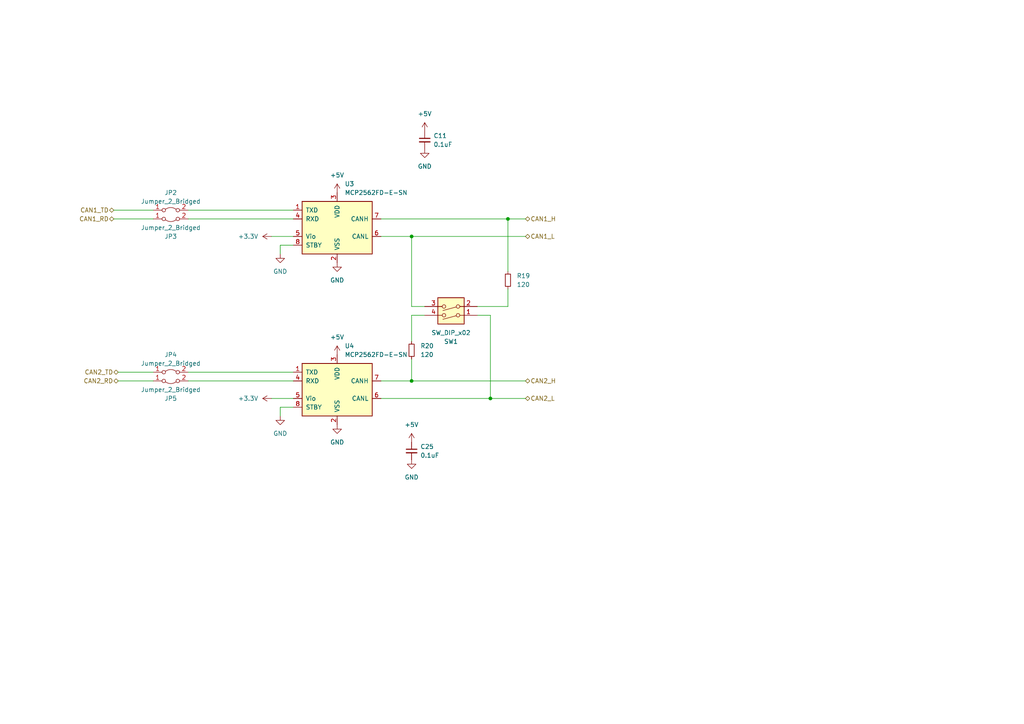
<source format=kicad_sch>
(kicad_sch (version 20231120) (generator "eeschema") (generator_version "8.0")
  (paper "A4")
  (lib_symbols
    (symbol "Device:C_Small" (pin_numbers hide) (pin_names (offset 0.254) hide)
      (property "Reference" "C" (at 0.254 1.778 0))
      (property "Value" "C_Small" (at 0.254 -2.032 0))
      (symbol "C_Small_0_1"
        (polyline (pts (xy -1.524 -0.508) (xy 1.524 -0.508)) (stroke (width 0.3302)))
        (polyline (pts (xy -1.524 0.508) (xy 1.524 0.508)) (stroke (width 0.3048)))
      )
      (symbol "C_Small_1_1"
        (pin passive line (at 0 2.54 270) (length 2.032) (name "~") (number "1"))
        (pin passive line (at 0 -2.54 90) (length 2.032) (name "~") (number "2"))
      )
    )
    (symbol "Device:R_Small" (pin_numbers hide) (pin_names (offset 0.254) hide)
      (property "Reference" "R" (at 0.762 0.508 0))
      (property "Value" "R_Small" (at 0.762 -1.016 0))
      (symbol "R_Small_0_1"
        (rectangle (start -0.762 1.778) (end 0.762 -1.778) (stroke (width 0.2032)))
      )
      (symbol "R_Small_1_1"
        (pin passive line (at 0 2.54 270) (length 0.762) (name "~") (number "1"))
        (pin passive line (at 0 -2.54 90) (length 0.762) (name "~") (number "2"))
      )
    )
    (symbol "Interface_CAN_LIN:MCP2562-E-SN" (pin_names (offset 1.016))
      (property "Reference" "U" (at -10.16 8.89 0))
      (property "Value" "MCP2562-E-SN" (at 2.54 8.89 0))
      (symbol "MCP2562-E-SN_0_1"
        (rectangle (start -10.16 7.62) (end 10.16 -7.62) (stroke (width 0.254)) (fill (type background)))
      )
      (symbol "MCP2562-E-SN_1_1"
        (pin input line (at -12.7 5.08 0) (length 2.54) (name "TXD") (number "1"))
        (pin power_in line (at 0 -10.16 90) (length 2.54) (name "VSS") (number "2"))
        (pin power_in line (at 0 10.16 270) (length 2.54) (name "VDD") (number "3"))
        (pin output line (at -12.7 2.54 0) (length 2.54) (name "RXD") (number "4"))
        (pin power_in line (at -12.7 -2.54 0) (length 2.54) (name "Vio") (number "5"))
        (pin bidirectional line (at 12.7 -2.54 180) (length 2.54) (name "CANL") (number "6"))
        (pin bidirectional line (at 12.7 2.54 180) (length 2.54) (name "CANH") (number "7"))
        (pin input line (at -12.7 -5.08 0) (length 2.54) (name "STBY") (number "8"))
      )
    )
    (symbol "Jumper:Jumper_2_Bridged" (pin_names (offset 0) hide)
      (property "Reference" "JP" (at 0 1.905 0))
      (property "Value" "Jumper_2_Bridged" (at 0 -2.54 0))
      (symbol "Jumper_2_Bridged_0_0"
        (circle (center -2.032 0) (radius 0.508))
        (circle (center 2.032 0) (radius 0.508))
      )
      (symbol "Jumper_2_Bridged_0_1"
        (arc (start 1.524 0.254) (mid 0 0.762) (end -1.524 0.254))
      )
      (symbol "Jumper_2_Bridged_1_1"
        (pin passive line (at -5.08 0 0) (length 2.54) (name "A") (number "1"))
        (pin passive line (at 5.08 0 180) (length 2.54) (name "B") (number "2"))
      )
    )
    (symbol "Switch:SW_DIP_x02" (pin_names (offset 0) hide)
      (property "Reference" "SW" (at 0 6.35 0))
      (property "Value" "SW_DIP_x02" (at 0 -3.81 0))
      (symbol "SW_DIP_x02_0_0"
        (circle (center -2.032 0) (radius 0.508))
        (circle (center -2.032 2.54) (radius 0.508))
        (polyline (pts (xy -1.524 0.127) (xy 2.3622 1.1684)))
        (polyline (pts (xy -1.524 2.667) (xy 2.3622 3.7084)))
        (circle (center 2.032 0) (radius 0.508))
        (circle (center 2.032 2.54) (radius 0.508))
      )
      (symbol "SW_DIP_x02_0_1"
        (rectangle (start -3.81 5.08) (end 3.81 -2.54) (stroke (width 0.254)) (fill (type background)))
      )
      (symbol "SW_DIP_x02_1_1"
        (pin passive line (at -7.62 2.54 0) (length 5.08) (name "~") (number "1"))
        (pin passive line (at -7.62 0 0) (length 5.08) (name "~") (number "2"))
        (pin passive line (at 7.62 0 180) (length 5.08) (name "~") (number "3"))
        (pin passive line (at 7.62 2.54 180) (length 5.08) (name "~") (number "4"))
      )
    )
    (symbol "power:+3.3V" (power) (pin_names (offset 0))
      (property "Value" "+3.3V" (at 0 3.556 0))
      (symbol "+3.3V_0_1"
        (polyline (pts (xy -0.762 1.27) (xy 0 2.54)))
        (polyline (pts (xy 0 0) (xy 0 2.54)))
        (polyline (pts (xy 0 2.54) (xy 0.762 1.27)))
      )
      (symbol "+3.3V_1_1"
        (pin power_in line (at 0 0 90) (length 0) hide (name "+3.3V") (number "1"))
      )
    )
    (symbol "power:+5V" (power) (pin_names (offset 0))
      (property "Value" "+5V" (at 0 3.556 0))
      (symbol "+5V_0_1"
        (polyline (pts (xy -0.762 1.27) (xy 0 2.54)))
        (polyline (pts (xy 0 0) (xy 0 2.54)))
        (polyline (pts (xy 0 2.54) (xy 0.762 1.27)))
      )
      (symbol "+5V_1_1"
        (pin power_in line (at 0 0 90) (length 0) hide (name "+5V") (number "1"))
      )
    )
    (symbol "power:GND" (power) (pin_names (offset 0))
      (property "Value" "GND" (at 0 -3.81 0))
      (symbol "GND_0_1"
        (polyline (pts (xy 0 0) (xy 0 -1.27) (xy 1.27 -1.27) (xy 0 -2.54) (xy -1.27 -1.27) (xy 0 -1.27)))
      )
      (symbol "GND_1_1"
        (pin power_in line (at 0 0 270) (length 0) hide (name "GND") (number "1"))
      )
    )
  )
  (junction (at 119.38 68.58))
  (junction (at 142.24 115.57))
  (junction (at 119.38 110.49))
  (junction (at 147.32 63.5))
  (wire (pts (xy 147.32 83.82) (xy 147.32 88.9)))
  (wire (pts (xy 110.49 115.57) (xy 142.24 115.57)))
  (wire (pts (xy 138.43 91.44) (xy 142.24 91.44)))
  (wire (pts (xy 54.61 63.5) (xy 85.09 63.5)))
  (wire (pts (xy 119.38 110.49) (xy 152.4 110.49)))
  (wire (pts (xy 110.49 110.49) (xy 119.38 110.49)))
  (wire (pts (xy 119.38 104.14) (xy 119.38 110.49)))
  (wire (pts (xy 33.02 60.96) (xy 44.45 60.96)))
  (wire (pts (xy 81.28 71.12) (xy 81.28 73.66)))
  (wire (pts (xy 110.49 68.58) (xy 119.38 68.58)))
  (wire (pts (xy 54.61 110.49) (xy 85.09 110.49)))
  (wire (pts (xy 119.38 88.9) (xy 123.19 88.9)))
  (wire (pts (xy 78.74 68.58) (xy 85.09 68.58)))
  (wire (pts (xy 78.74 115.57) (xy 85.09 115.57)))
  (wire (pts (xy 119.38 91.44) (xy 119.38 99.06)))
  (wire (pts (xy 34.29 110.49) (xy 44.45 110.49)))
  (wire (pts (xy 142.24 115.57) (xy 152.4 115.57)))
  (wire (pts (xy 119.38 68.58) (xy 152.4 68.58)))
  (wire (pts (xy 147.32 63.5) (xy 147.32 78.74)))
  (wire (pts (xy 152.4 63.5) (xy 147.32 63.5)))
  (wire (pts (xy 119.38 88.9) (xy 119.38 68.58)))
  (wire (pts (xy 34.29 107.95) (xy 44.45 107.95)))
  (wire (pts (xy 85.09 71.12) (xy 81.28 71.12)))
  (wire (pts (xy 142.24 91.44) (xy 142.24 115.57)))
  (wire (pts (xy 110.49 63.5) (xy 147.32 63.5)))
  (wire (pts (xy 81.28 118.11) (xy 81.28 120.65)))
  (wire (pts (xy 54.61 60.96) (xy 85.09 60.96)))
  (wire (pts (xy 85.09 118.11) (xy 81.28 118.11)))
  (wire (pts (xy 44.45 63.5) (xy 33.02 63.5)))
  (wire (pts (xy 147.32 88.9) (xy 138.43 88.9)))
  (wire (pts (xy 54.61 107.95) (xy 85.09 107.95)))
  (wire (pts (xy 123.19 91.44) (xy 119.38 91.44)))
  (hierarchical_label "CAN1_L" (shape bidirectional) (at 152.4 68.58 0))
  (hierarchical_label "CAN2_RD" (shape bidirectional) (at 34.29 110.49 180))
  (hierarchical_label "CAN2_H" (shape bidirectional) (at 152.4 110.49 0))
  (hierarchical_label "CAN2_L" (shape bidirectional) (at 152.4 115.57 0))
  (hierarchical_label "CAN1_H" (shape bidirectional) (at 152.4 63.5 0))
  (hierarchical_label "CAN1_TD" (shape bidirectional) (at 33.02 60.96 180))
  (hierarchical_label "CAN1_RD" (shape bidirectional) (at 33.02 63.5 180))
  (hierarchical_label "CAN2_TD" (shape bidirectional) (at 34.29 107.95 180))
  (symbol (lib_id "Interface_CAN_LIN:MCP2562-E-SN") (at 97.79 113.03 0) (unit 1)
    (property "Reference" "U4" (at 99.9841 100.33 0) (effects (justify left)))
    (property "Value" "MCP2562FD-E-SN" (at 99.9841 102.87 0) (effects (justify left)))
    (property "Footprint" "Package_SO:SOIC-8_3.9x4.9mm_P1.27mm" (effects (hide yes)))
    (property "Datasheet" "http://ww1.microchip.com/downloads/en/DeviceDoc/25167A.pdf" (effects (hide yes)))
    (property "Description" "High-Speed CAN Transceiver, 1Mbps, 5V supply, Vio pin, -40C to +125C, SOIC-8" (effects (hide yes)))
  )
  (symbol (lib_id "power:+5V") (at 97.79 55.88 0) (unit 1)
    (property "Reference" "#PWR030" (effects (hide yes)))
    (property "Value" "+5V" (at 97.79 50.8 0))
    (property "Description" "Power symbol creates a global label with name \"+5V\"" (effects (hide yes)))
  )
  (symbol (lib_id "power:+5V") (at 97.79 102.87 0) (unit 1)
    (property "Reference" "#PWR036" (effects (hide yes)))
    (property "Value" "+5V" (at 97.79 97.79 0))
    (property "Description" "Power symbol creates a global label with name \"+5V\"" (effects (hide yes)))
  )
  (symbol (lib_id "power:+3.3V") (at 78.74 68.58 90) (unit 1)
    (property "Reference" "#PWR033" (effects (hide yes)))
    (property "Value" "+3.3V" (at 74.93 68.5799 90) (effects (justify left)))
    (property "Description" "Power symbol creates a global label with name \"+3.3V\"" (effects (hide yes)))
  )
  (symbol (lib_id "power:GND") (at 97.79 76.2 0) (unit 1)
    (property "Reference" "#PWR031" (effects (hide yes)))
    (property "Value" "GND" (at 97.79 81.28 0))
    (property "Description" "Power symbol creates a global label with name \"GND\" , ground" (effects (hide yes)))
  )
  (symbol (lib_id "power:GND") (at 119.38 133.35 0) (unit 1)
    (property "Reference" "#PWR057" (effects (hide yes)))
    (property "Value" "GND" (at 119.38 138.43 0))
    (property "Description" "Power symbol creates a global label with name \"GND\" , ground" (effects (hide yes)))
  )
  (symbol (lib_id "power:GND") (at 81.28 73.66 0) (unit 1)
    (property "Reference" "#PWR032" (effects (hide yes)))
    (property "Value" "GND" (at 81.28 78.74 0))
    (property "Description" "Power symbol creates a global label with name \"GND\" , ground" (effects (hide yes)))
  )
  (symbol (lib_id "power:+3.3V") (at 78.74 115.57 90) (unit 1)
    (property "Reference" "#PWR034" (effects (hide yes)))
    (property "Value" "+3.3V" (at 74.93 115.5699 90) (effects (justify left)))
    (property "Description" "Power symbol creates a global label with name \"+3.3V\"" (effects (hide yes)))
  )
  (symbol (lib_id "power:+5V") (at 123.19 38.1 0) (unit 1)
    (property "Reference" "#PWR055" (effects (hide yes)))
    (property "Value" "+5V" (at 123.19 33.02 0))
    (property "Description" "Power symbol creates a global label with name \"+5V\"" (effects (hide yes)))
  )
  (symbol (lib_id "Interface_CAN_LIN:MCP2562-E-SN") (at 97.79 66.04 0) (unit 1)
    (property "Reference" "U3" (at 99.9841 53.34 0) (effects (justify left)))
    (property "Value" "MCP2562FD-E-SN" (at 99.9841 55.88 0) (effects (justify left)))
    (property "Footprint" "Package_SO:SOIC-8_3.9x4.9mm_P1.27mm" (effects (hide yes)))
    (property "Datasheet" "http://ww1.microchip.com/downloads/en/DeviceDoc/25167A.pdf" (effects (hide yes)))
    (property "Description" "High-Speed CAN Transceiver, 1Mbps, 5V supply, Vio pin, -40C to +125C, SOIC-8" (effects (hide yes)))
  )
  (symbol (lib_id "Jumper:Jumper_2_Bridged") (at 49.53 107.95 0) (unit 1)
    (property "Reference" "JP4" (at 49.53 102.87 0))
    (property "Value" "Jumper_2_Bridged" (at 49.53 105.41 0))
    (property "Footprint" "Resistor_SMD:R_0603_1608Metric" (effects (hide yes)))
    (property "Description" "Jumper, 2-pole, closed/bridged" (effects (hide yes)))
  )
  (symbol (lib_id "power:+5V") (at 119.38 128.27 0) (unit 1)
    (property "Reference" "#PWR056" (effects (hide yes)))
    (property "Value" "+5V" (at 119.38 123.19 0))
    (property "Description" "Power symbol creates a global label with name \"+5V\"" (effects (hide yes)))
  )
  (symbol (lib_id "Device:C_Small") (at 123.19 40.64 0) (unit 1)
    (property "Reference" "C11" (at 125.73 39.3762 0) (effects (justify left)))
    (property "Value" "0.1uF" (at 125.73 41.9162 0) (effects (justify left)))
    (property "Footprint" "Capacitor_SMD:C_0402_1005Metric" (effects (hide yes)))
    (property "Description" "Unpolarized capacitor, small symbol" (effects (hide yes)))
  )
  (symbol (lib_id "Jumper:Jumper_2_Bridged") (at 49.53 110.49 0) (mirror x) (unit 1)
    (property "Reference" "JP5" (at 49.53 115.57 0))
    (property "Value" "Jumper_2_Bridged" (at 49.53 113.03 0))
    (property "Footprint" "Resistor_SMD:R_0603_1608Metric" (effects (hide yes)))
    (property "Description" "Jumper, 2-pole, closed/bridged" (effects (hide yes)))
  )
  (symbol (lib_id "Device:R_Small") (at 119.38 101.6 180) (unit 1)
    (property "Reference" "R20" (at 121.92 100.3299 0) (effects (justify right)))
    (property "Value" "120" (at 121.92 102.8699 0) (effects (justify right)))
    (property "Footprint" "Resistor_SMD:R_0402_1005Metric" (effects (hide yes)))
    (property "Description" "Resistor, small symbol" (effects (hide yes)))
  )
  (symbol (lib_id "power:GND") (at 81.28 120.65 0) (unit 1)
    (property "Reference" "#PWR035" (effects (hide yes)))
    (property "Value" "GND" (at 81.28 125.73 0))
    (property "Description" "Power symbol creates a global label with name \"GND\" , ground" (effects (hide yes)))
  )
  (symbol (lib_id "Jumper:Jumper_2_Bridged") (at 49.53 60.96 0) (unit 1)
    (property "Reference" "JP2" (at 49.53 55.88 0))
    (property "Value" "Jumper_2_Bridged" (at 49.53 58.42 0))
    (property "Footprint" "Resistor_SMD:R_0603_1608Metric" (effects (hide yes)))
    (property "Description" "Jumper, 2-pole, closed/bridged" (effects (hide yes)))
  )
  (symbol (lib_id "power:GND") (at 123.19 43.18 0) (unit 1)
    (property "Reference" "#PWR054" (effects (hide yes)))
    (property "Value" "GND" (at 123.19 48.26 0))
    (property "Description" "Power symbol creates a global label with name \"GND\" , ground" (effects (hide yes)))
  )
  (symbol (lib_id "Device:R_Small") (at 147.32 81.28 180) (unit 1)
    (property "Reference" "R19" (at 149.86 80.0099 0) (effects (justify right)))
    (property "Value" "120" (at 149.86 82.5499 0) (effects (justify right)))
    (property "Footprint" "Resistor_SMD:R_0402_1005Metric" (effects (hide yes)))
    (property "Description" "Resistor, small symbol" (effects (hide yes)))
  )
  (symbol (lib_id "power:GND") (at 97.79 123.19 0) (unit 1)
    (property "Reference" "#PWR037" (effects (hide yes)))
    (property "Value" "GND" (at 97.79 128.27 0))
    (property "Description" "Power symbol creates a global label with name \"GND\" , ground" (effects (hide yes)))
  )
  (symbol (lib_id "Device:C_Small") (at 119.38 130.81 0) (unit 1)
    (property "Reference" "C25" (at 121.92 129.5462 0) (effects (justify left)))
    (property "Value" "0.1uF" (at 121.92 132.0862 0) (effects (justify left)))
    (property "Footprint" "Capacitor_SMD:C_0402_1005Metric" (effects (hide yes)))
    (property "Description" "Unpolarized capacitor, small symbol" (effects (hide yes)))
  )
  (symbol (lib_id "Jumper:Jumper_2_Bridged") (at 49.53 63.5 0) (mirror x) (unit 1)
    (property "Reference" "JP3" (at 49.53 68.58 0))
    (property "Value" "Jumper_2_Bridged" (at 49.53 66.04 0))
    (property "Footprint" "Resistor_SMD:R_0603_1608Metric" (effects (hide yes)))
    (property "Description" "Jumper, 2-pole, closed/bridged" (effects (hide yes)))
  )
  (symbol (lib_id "Switch:SW_DIP_x02") (at 130.81 88.9 180) (unit 1)
    (property "Reference" "SW1" (at 130.81 99.06 0))
    (property "Value" "SW_DIP_x02" (at 130.81 96.52 0))
    (property "Footprint" "Button_Switch_SMD:SW_DIP_SPSTx02_Slide_Copal_CHS-02B_W7.62mm_P1.27mm" (effects (hide yes)))
    (property "Description" "2x DIP Switch, Single Pole Single Throw (SPST) switch, small symbol" (effects (hide yes)))
  )
)
</source>
